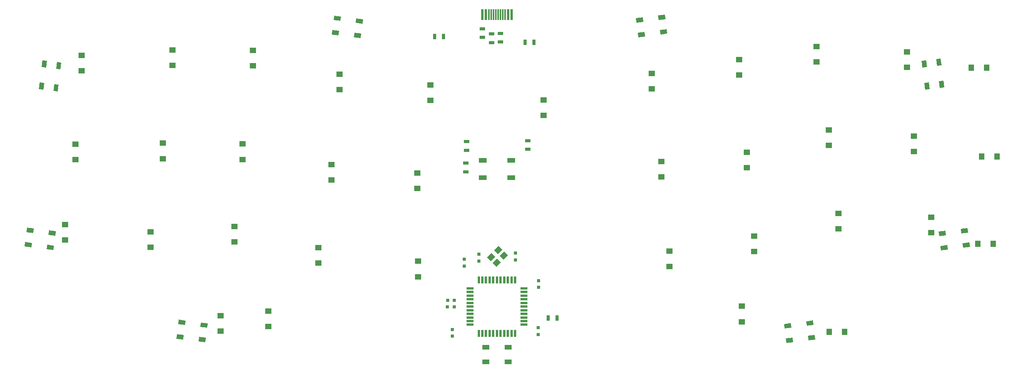
<source format=gbr>
G04 #@! TF.GenerationSoftware,KiCad,Pcbnew,(5.1.10-1-10_14)*
G04 #@! TF.CreationDate,2021-09-21T06:26:05-05:00*
G04 #@! TF.ProjectId,LeChiffre,4c654368-6966-4667-9265-2e6b69636164,rev?*
G04 #@! TF.SameCoordinates,Original*
G04 #@! TF.FileFunction,Paste,Bot*
G04 #@! TF.FilePolarity,Positive*
%FSLAX46Y46*%
G04 Gerber Fmt 4.6, Leading zero omitted, Abs format (unit mm)*
G04 Created by KiCad (PCBNEW (5.1.10-1-10_14)) date 2021-09-21 06:26:05*
%MOMM*%
%LPD*%
G01*
G04 APERTURE LIST*
%ADD10R,1.500000X1.000000*%
%ADD11C,0.100000*%
%ADD12R,1.300000X0.700000*%
%ADD13R,1.400000X1.200000*%
%ADD14R,1.200000X1.400000*%
%ADD15R,0.500000X1.500000*%
%ADD16R,1.500000X0.500000*%
%ADD17R,1.700000X1.000000*%
%ADD18R,0.750000X0.800000*%
%ADD19R,0.800000X0.750000*%
%ADD20R,0.700000X1.300000*%
%ADD21R,0.600000X2.450000*%
%ADD22R,0.300000X2.450000*%
G04 APERTURE END LIST*
D10*
X135615000Y-119890000D03*
X135615000Y-116690000D03*
X140515000Y-119890000D03*
X140515000Y-116690000D03*
D11*
G36*
X201719778Y-115724329D02*
G01*
X201597909Y-114731783D01*
X203086728Y-114548979D01*
X203208597Y-115541525D01*
X201719778Y-115724329D01*
G37*
G36*
X201329796Y-112548181D02*
G01*
X201207927Y-111555635D01*
X202696746Y-111372831D01*
X202818615Y-112365377D01*
X201329796Y-112548181D01*
G37*
G36*
X206583254Y-115127169D02*
G01*
X206461385Y-114134623D01*
X207950204Y-113951819D01*
X208072073Y-114944365D01*
X206583254Y-115127169D01*
G37*
G36*
X206193272Y-111951021D02*
G01*
X206071403Y-110958475D01*
X207560222Y-110775671D01*
X207682091Y-111768217D01*
X206193272Y-111951021D01*
G37*
G36*
X241580222Y-90415671D02*
G01*
X241702091Y-91408217D01*
X240213272Y-91591021D01*
X240091403Y-90598475D01*
X241580222Y-90415671D01*
G37*
G36*
X241970204Y-93591819D02*
G01*
X242092073Y-94584365D01*
X240603254Y-94767169D01*
X240481385Y-93774623D01*
X241970204Y-93591819D01*
G37*
G36*
X236716746Y-91012831D02*
G01*
X236838615Y-92005377D01*
X235349796Y-92188181D01*
X235227927Y-91195635D01*
X236716746Y-91012831D01*
G37*
G36*
X237106728Y-94188979D02*
G01*
X237228597Y-95181525D01*
X235739778Y-95364329D01*
X235617909Y-94371783D01*
X237106728Y-94188979D01*
G37*
G36*
X236434329Y-59460222D02*
G01*
X235441783Y-59582091D01*
X235258979Y-58093272D01*
X236251525Y-57971403D01*
X236434329Y-59460222D01*
G37*
G36*
X233258181Y-59850204D02*
G01*
X232265635Y-59972073D01*
X232082831Y-58483254D01*
X233075377Y-58361385D01*
X233258181Y-59850204D01*
G37*
G36*
X235837169Y-54596746D02*
G01*
X234844623Y-54718615D01*
X234661819Y-53229796D01*
X235654365Y-53107927D01*
X235837169Y-54596746D01*
G37*
G36*
X232661021Y-54986728D02*
G01*
X231668475Y-55108597D01*
X231485671Y-53619778D01*
X232478217Y-53497909D01*
X232661021Y-54986728D01*
G37*
G36*
X175000222Y-43455671D02*
G01*
X175122091Y-44448217D01*
X173633272Y-44631021D01*
X173511403Y-43638475D01*
X175000222Y-43455671D01*
G37*
G36*
X175390204Y-46631819D02*
G01*
X175512073Y-47624365D01*
X174023254Y-47807169D01*
X173901385Y-46814623D01*
X175390204Y-46631819D01*
G37*
G36*
X170136746Y-44052831D02*
G01*
X170258615Y-45045377D01*
X168769796Y-45228181D01*
X168647927Y-44235635D01*
X170136746Y-44052831D01*
G37*
G36*
X170526728Y-47228979D02*
G01*
X170648597Y-48221525D01*
X169159778Y-48404329D01*
X169037909Y-47411783D01*
X170526728Y-47228979D01*
G37*
G36*
X108612073Y-44435635D02*
G01*
X108490204Y-45428181D01*
X107001385Y-45245377D01*
X107123254Y-44252831D01*
X108612073Y-44435635D01*
G37*
G36*
X108222091Y-47611783D02*
G01*
X108100222Y-48604329D01*
X106611403Y-48421525D01*
X106733272Y-47428979D01*
X108222091Y-47611783D01*
G37*
G36*
X103748597Y-43838475D02*
G01*
X103626728Y-44831021D01*
X102137909Y-44648217D01*
X102259778Y-43655671D01*
X103748597Y-43838475D01*
G37*
G36*
X103358615Y-47014623D02*
G01*
X103236746Y-48007169D01*
X101747927Y-47824365D01*
X101869796Y-46831819D01*
X103358615Y-47014623D01*
G37*
G36*
X38105635Y-53497927D02*
G01*
X39098181Y-53619796D01*
X38915377Y-55108615D01*
X37922831Y-54986746D01*
X38105635Y-53497927D01*
G37*
G36*
X41281783Y-53887909D02*
G01*
X42274329Y-54009778D01*
X42091525Y-55498597D01*
X41098979Y-55376728D01*
X41281783Y-53887909D01*
G37*
G36*
X37508475Y-58361403D02*
G01*
X38501021Y-58483272D01*
X38318217Y-59972091D01*
X37325671Y-59850222D01*
X37508475Y-58361403D01*
G37*
G36*
X40684623Y-58751385D02*
G01*
X41677169Y-58873254D01*
X41494365Y-60362073D01*
X40501819Y-60240204D01*
X40684623Y-58751385D01*
G37*
G36*
X34187927Y-94504365D02*
G01*
X34309796Y-93511819D01*
X35798615Y-93694623D01*
X35676746Y-94687169D01*
X34187927Y-94504365D01*
G37*
G36*
X34577909Y-91328217D02*
G01*
X34699778Y-90335671D01*
X36188597Y-90518475D01*
X36066728Y-91511021D01*
X34577909Y-91328217D01*
G37*
G36*
X39051403Y-95101525D02*
G01*
X39173272Y-94108979D01*
X40662091Y-94291783D01*
X40540222Y-95284329D01*
X39051403Y-95101525D01*
G37*
G36*
X39441385Y-91925377D02*
G01*
X39563254Y-90932831D01*
X41052073Y-91115635D01*
X40930204Y-92108181D01*
X39441385Y-91925377D01*
G37*
G36*
X67587927Y-114784365D02*
G01*
X67709796Y-113791819D01*
X69198615Y-113974623D01*
X69076746Y-114967169D01*
X67587927Y-114784365D01*
G37*
G36*
X67977909Y-111608217D02*
G01*
X68099778Y-110615671D01*
X69588597Y-110798475D01*
X69466728Y-111791021D01*
X67977909Y-111608217D01*
G37*
G36*
X72451403Y-115381525D02*
G01*
X72573272Y-114388979D01*
X74062091Y-114571783D01*
X73940222Y-115564329D01*
X72451403Y-115381525D01*
G37*
G36*
X72841385Y-112205377D02*
G01*
X72963254Y-111212831D01*
X74452073Y-111395635D01*
X74330204Y-112388181D01*
X72841385Y-112205377D01*
G37*
D12*
X144840000Y-73110000D03*
X144840000Y-71210000D03*
X131360000Y-71390000D03*
X131360000Y-73290000D03*
D13*
X148290000Y-62260000D03*
X148290000Y-65660000D03*
D14*
X247210000Y-93920000D03*
X243810000Y-93920000D03*
X248060000Y-74690000D03*
X244660000Y-74690000D03*
X245750000Y-55090000D03*
X242350000Y-55090000D03*
D13*
X233560000Y-88060000D03*
X233560000Y-91460000D03*
X229760000Y-70200000D03*
X229760000Y-73600000D03*
X228210000Y-51620000D03*
X228210000Y-55020000D03*
X213160000Y-87190000D03*
X213160000Y-90590000D03*
X211060000Y-68820000D03*
X211060000Y-72220000D03*
X208320000Y-50480000D03*
X208320000Y-53880000D03*
D14*
X214550000Y-113300000D03*
X211150000Y-113300000D03*
D13*
X194620000Y-92230000D03*
X194620000Y-95630000D03*
X193060000Y-73710000D03*
X193060000Y-77110000D03*
X191320000Y-53370000D03*
X191320000Y-56770000D03*
X191900000Y-107650000D03*
X191900000Y-111050000D03*
X175980000Y-95520000D03*
X175980000Y-98920000D03*
X174220000Y-75780000D03*
X174220000Y-79180000D03*
X172120000Y-56350000D03*
X172120000Y-59750000D03*
X87820000Y-108740000D03*
X87820000Y-112140000D03*
X120730000Y-97750000D03*
X120730000Y-101150000D03*
X120580000Y-78280000D03*
X120580000Y-81680000D03*
X123430000Y-58920000D03*
X123430000Y-62320000D03*
X77290000Y-109690000D03*
X77290000Y-113090000D03*
X98830000Y-94710000D03*
X98830000Y-98110000D03*
X101690000Y-76470000D03*
X101690000Y-79870000D03*
X103440000Y-56560000D03*
X103440000Y-59960000D03*
X80310000Y-90090000D03*
X80310000Y-93490000D03*
X82080000Y-71920000D03*
X82080000Y-75320000D03*
X84420000Y-51330000D03*
X84420000Y-54730000D03*
X61860000Y-91280000D03*
X61860000Y-94680000D03*
X64550000Y-71750000D03*
X64550000Y-75150000D03*
X66690000Y-51240000D03*
X66690000Y-54640000D03*
X43090000Y-89640000D03*
X43090000Y-93040000D03*
X45330000Y-71950000D03*
X45330000Y-75350000D03*
X46730000Y-52390000D03*
X46730000Y-55790000D03*
D11*
G36*
X139654569Y-95553984D02*
G01*
X140503097Y-96402512D01*
X139513147Y-97392462D01*
X138664619Y-96543934D01*
X139654569Y-95553984D01*
G37*
G36*
X138098934Y-97109619D02*
G01*
X138947462Y-97958147D01*
X137957512Y-98948097D01*
X137108984Y-98099569D01*
X138098934Y-97109619D01*
G37*
G36*
X136896853Y-95907538D02*
G01*
X137745381Y-96756066D01*
X136755431Y-97746016D01*
X135906903Y-96897488D01*
X136896853Y-95907538D01*
G37*
G36*
X138452488Y-94351903D02*
G01*
X139301016Y-95200431D01*
X138311066Y-96190381D01*
X137462538Y-95341853D01*
X138452488Y-94351903D01*
G37*
D15*
X134065000Y-113620000D03*
X134865000Y-113620000D03*
X135665000Y-113620000D03*
X136465000Y-113620000D03*
X137265000Y-113620000D03*
X138065000Y-113620000D03*
X138865000Y-113620000D03*
X139665000Y-113620000D03*
X140465000Y-113620000D03*
X141265000Y-113620000D03*
X142065000Y-113620000D03*
D16*
X143965000Y-111720000D03*
X143965000Y-110920000D03*
X143965000Y-110120000D03*
X143965000Y-109320000D03*
X143965000Y-108520000D03*
X143965000Y-107720000D03*
X143965000Y-106920000D03*
X143965000Y-106120000D03*
X143965000Y-105320000D03*
X143965000Y-104520000D03*
X143965000Y-103720000D03*
D15*
X142065000Y-101820000D03*
X141265000Y-101820000D03*
X140465000Y-101820000D03*
X139665000Y-101820000D03*
X138865000Y-101820000D03*
X138065000Y-101820000D03*
X137265000Y-101820000D03*
X136465000Y-101820000D03*
X135665000Y-101820000D03*
X134865000Y-101820000D03*
X134065000Y-101820000D03*
D16*
X132165000Y-103720000D03*
X132165000Y-104520000D03*
X132165000Y-105320000D03*
X132165000Y-106120000D03*
X132165000Y-106920000D03*
X132165000Y-107720000D03*
X132165000Y-108520000D03*
X132165000Y-109320000D03*
X132165000Y-110120000D03*
X132165000Y-110920000D03*
X132165000Y-111720000D03*
D17*
X134915000Y-79350000D03*
X141215000Y-79350000D03*
X134915000Y-75550000D03*
X141215000Y-75550000D03*
D12*
X134870000Y-46570000D03*
X134870000Y-48470000D03*
D18*
X130910000Y-97320000D03*
X130910000Y-98820000D03*
X128250000Y-112750000D03*
X128250000Y-114250000D03*
X134100000Y-96200000D03*
X134100000Y-97700000D03*
D19*
X128710000Y-106380000D03*
X127210000Y-106380000D03*
X128680000Y-107780000D03*
X127180000Y-107780000D03*
D18*
X142120000Y-95930000D03*
X142120000Y-97430000D03*
X147180000Y-113870000D03*
X147180000Y-112370000D03*
X147190000Y-103500000D03*
X147190000Y-102000000D03*
D20*
X151250000Y-110250000D03*
X149350000Y-110250000D03*
D12*
X131210000Y-76140000D03*
X131210000Y-78040000D03*
X136900000Y-47710000D03*
X136900000Y-49610000D03*
X138850000Y-49470000D03*
X138850000Y-47570000D03*
D20*
X146170000Y-49570000D03*
X144270000Y-49570000D03*
X124400000Y-48240000D03*
X126300000Y-48240000D03*
D21*
X141290000Y-43395000D03*
X134840000Y-43395000D03*
X140515000Y-43395000D03*
X135615000Y-43395000D03*
D22*
X136315000Y-43395000D03*
X139815000Y-43395000D03*
X136815000Y-43395000D03*
X139315000Y-43395000D03*
X137315000Y-43395000D03*
X138815000Y-43395000D03*
X138315000Y-43395000D03*
X137815000Y-43395000D03*
M02*

</source>
